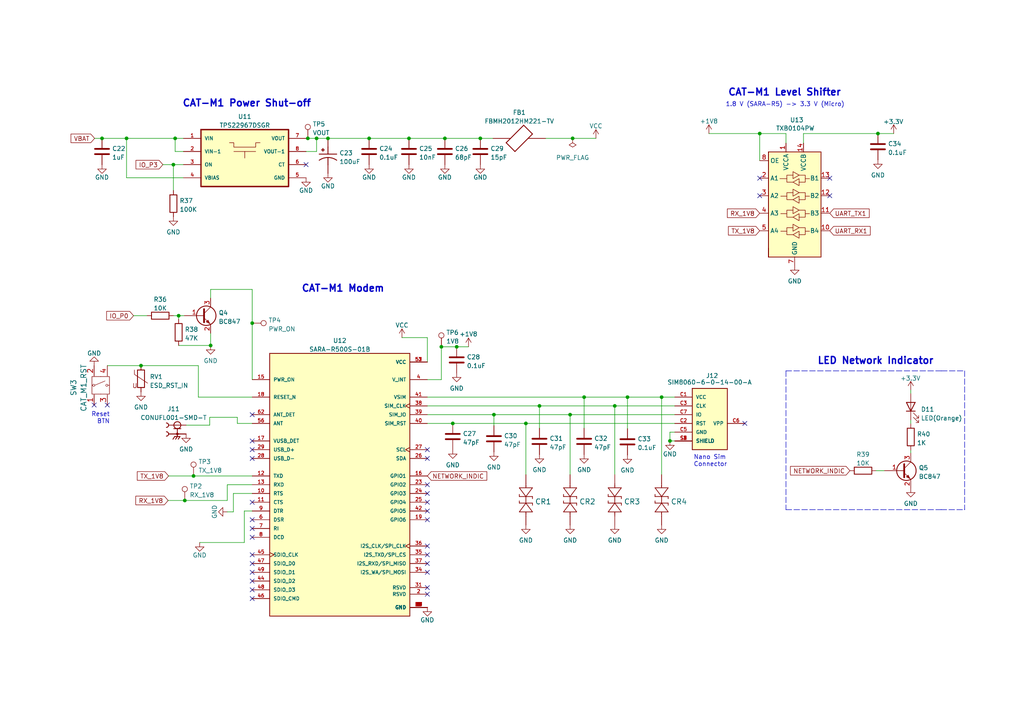
<source format=kicad_sch>
(kicad_sch (version 20211123) (generator eeschema)
  (paper "A4")
  (title_block (title "Enviro-node") (date "2023-04-13") (rev "${HARDWARE_REVISION}") (company "NSW Department of Primary Industries") (comment 1 "GitHub: https://github.com/DPIclimate/enviro-node"))
  (lib_symbols
    (symbol "2022-10-04_00-56-22:1977223-6" (pin_names (offset 0.254) hide)
      (property "Reference" "SW" (at 20.32 10.16 0))
      (property "Value" "1977223-6" (at 20.32 7.62 0))
      (symbol "1977223-6_1_1"
        (pin unspecified line (at 14.605 3.175 0) (length 3) (name "1") (number "1"))
        (pin unspecified line (at 26.035 3.175 180) (length 3) (name "2") (number "2"))
        (pin unspecified line (at 14.605 -0.635 0) (length 3) (name "3") (number "3"))
        (pin unspecified line (at 26.035 -0.635 180) (length 3) (name "4") (number "4"))
      )
    )
    (symbol "CONUFL001-SMD-T:CONUFL001-SMD-T" (pin_numbers hide) (pin_names (offset 1.016) hide)
      (property "Reference" "J" (at -3.81 4.064 0))
      (property "Value" "CONUFL001-SMD-T" (at -4.064 -4.318 0))
      (symbol "CONUFL001-SMD-T_0_0"
        (pin passive line (at 2.54 2.54 180) (length 5.08) (name "~") (number "1"))
        (pin passive line (at 2.54 0 180) (length 5.08) (name "~") (number "2"))
        (pin passive line (at 2.54 0 180) (length 5.08) (name "~") (number "3"))
      )
    )
    (symbol "Connector:TestPoint" (pin_numbers hide) (pin_names (offset 0.762) hide)
      (property "Reference" "TP" (at 0 6.858 0))
      (property "Value" "TestPoint" (at 0 5.08 0))
      (symbol "TestPoint_1_1"
        (pin passive line (at 0 0 90) (length 2.54) (name "1") (number "1"))
      )
    )
    (symbol "Device:C" (pin_numbers hide) (pin_names (offset 0.254))
      (property "Reference" "C" (at 0.635 2.54 0))
      (property "Value" "C" (at 0.635 -2.54 0))
      (symbol "C_1_1"
        (pin passive line (at 0 3.81 270) (length 2.794) (name "~") (number "1"))
        (pin passive line (at 0 -3.81 90) (length 2.794) (name "~") (number "2"))
      )
    )
    (symbol "Device:LED" (pin_numbers hide) (pin_names (offset 1.016) hide)
      (property "Reference" "D" (at 0 2.54 0))
      (property "Value" "LED" (at 0 -2.54 0))
      (symbol "LED_1_1"
        (pin passive line (at -3.81 0 0) (length 2.54) (name "K") (number "1"))
        (pin passive line (at 3.81 0 180) (length 2.54) (name "A") (number "2"))
      )
    )
    (symbol "Device:R" (pin_numbers hide) (pin_names (offset 0))
      (property "Reference" "R" (at 2.032 0 90))
      (property "Value" "R" (at 0 0 90))
      (symbol "R_1_1"
        (pin passive line (at 0 3.81 270) (length 1.27) (name "~") (number "1"))
        (pin passive line (at 0 -3.81 90) (length 1.27) (name "~") (number "2"))
      )
    )
    (symbol "Device:Varistor" (pin_numbers hide) (pin_names (offset 0))
      (property "Reference" "RV" (at 3.175 0 90))
      (property "Value" "Varistor" (at -3.175 0 90))
      (symbol "Varistor_0_0"
        (text "U" (at -1.778 -2.032 0) (effects (font (size 1.27 1.27))))
      )
      (symbol "Varistor_1_1"
        (pin passive line (at 0 3.81 270) (length 1.27) (name "~") (number "1"))
        (pin passive line (at 0 -3.81 90) (length 1.27) (name "~") (number "2"))
      )
    )
    (symbol "FBMH2012HM221-TV:FBMH2012HM221-TV" (pin_numbers hide) (pin_names (offset 1.016) hide)
      (property "Reference" "FB" (at -7.62 5.08 0))
      (property "Value" "FBMH2012HM221-TV" (at -7.62 -7.62 0))
      (symbol "FBMH2012HM221-TV_0_0"
        (pin passive line (at -7.62 0 0) (length 5.08) (name "~") (number "1"))
        (pin passive line (at 7.62 0 180) (length 5.08) (name "~") (number "2"))
      )
    )
    (symbol "Logic_LevelTranslator:TXB0104PW"
      (property "Reference" "U" (at -6.35 16.51 0))
      (property "Value" "TXB0104PW" (at 3.81 16.51 0))
      (symbol "TXB0104PW_1_1"
        (pin power_in line (at -2.54 17.78 270) (length 2.54) (name "VCCA") (number "1"))
        (pin bidirectional line (at 10.16 -7.62 180) (length 2.54) (name "B4") (number "10"))
        (pin bidirectional line (at 10.16 -2.54 180) (length 2.54) (name "B3") (number "11"))
        (pin bidirectional line (at 10.16 2.54 180) (length 2.54) (name "B2") (number "12"))
        (pin bidirectional line (at 10.16 7.62 180) (length 2.54) (name "B1") (number "13"))
        (pin power_in line (at 2.54 17.78 270) (length 2.54) (name "VCCB") (number "14"))
        (pin bidirectional line (at -10.16 7.62 0) (length 2.54) (name "A1") (number "2"))
        (pin bidirectional line (at -10.16 2.54 0) (length 2.54) (name "A2") (number "3"))
        (pin bidirectional line (at -10.16 -2.54 0) (length 2.54) (name "A3") (number "4"))
        (pin bidirectional line (at -10.16 -7.62 0) (length 2.54) (name "A4") (number "5"))
        (pin no_connect line (at -10.16 -12.7 0) (length 2.54) hide (name "NC") (number "6"))
        (pin power_in line (at 0 -17.78 90) (length 2.54) (name "GND") (number "7"))
        (pin input line (at -10.16 12.7 0) (length 2.54) (name "OE") (number "8"))
        (pin no_connect line (at 10.16 -12.7 180) (length 2.54) hide (name "NC") (number "9"))
      )
    )
    (symbol "PESD0402-140:PESD0402-140" (pin_numbers hide) (pin_names hide)
      (property "Reference" "CR" (at 6.35 5.08 0))
      (property "Value" "PESD0402-140" (at 5.08 -7.62 0))
      (symbol "PESD0402-140_1_1"
        (pin unspecified line (at 0 0 0) (length 2.54) (name "1") (number "1"))
        (pin unspecified line (at 14.605 0 180) (length 2.54) (name "2") (number "2"))
      )
    )
    (symbol "SARA-R410M-02B:SARA-R410M-02B" (pin_names (offset 1.016))
      (property "Reference" "U12" (at 0 41.7998 0))
      (property "Value" "SARA-R500S-01B" (at 0 39.2629 0))
      (symbol "SARA-R410M-02B_0_0"
        (pin power_in line (at 25.4 -35.56 180) (length 5.08) (name "GND") (number "1"))
        (pin input line (at -25.4 -2.54 0) (length 5.08) (name "RTS") (number "10"))
        (pin output line (at -25.4 -5.08 0) (length 5.08) (name "CTS") (number "11"))
        (pin input line (at -25.4 2.54 0) (length 5.08) (name "TXD") (number "12"))
        (pin output line (at -25.4 0 0) (length 5.08) (name "RXD") (number "13"))
        (pin power_in line (at 25.4 -35.56 180) (length 5.08) (name "GND") (number "14"))
        (pin input line (at -25.4 30.48 0) (length 5.08) (name "PWR_ON") (number "15"))
        (pin bidirectional line (at 25.4 2.54 180) (length 5.08) (name "GPIO1") (number "16"))
        (pin input line (at -25.4 12.7 0) (length 5.08) (name "VUSB_DET") (number "17"))
        (pin input line (at -25.4 25.4 0) (length 5.08) (name "RESET_N") (number "18"))
        (pin bidirectional line (at 25.4 -10.16 180) (length 5.08) (name "GPIO6") (number "19"))
        (pin passive line (at 25.4 -31.75 180) (length 5.08) (name "RSVD") (number "2"))
        (pin power_in line (at 25.4 -35.56 180) (length 5.08) (name "GND") (number "20"))
        (pin power_in line (at 25.4 -35.56 180) (length 5.08) (name "GND") (number "21"))
        (pin power_in line (at 25.4 -35.56 180) (length 5.08) (name "GND") (number "22"))
        (pin bidirectional line (at 25.4 0 180) (length 5.08) (name "GPIO2") (number "23"))
        (pin bidirectional line (at 25.4 -2.54 180) (length 5.08) (name "GPIO3") (number "24"))
        (pin bidirectional line (at 25.4 -5.08 180) (length 5.08) (name "GPIO4") (number "25"))
        (pin bidirectional line (at 25.4 7.62 180) (length 5.08) (name "SDA") (number "26"))
        (pin output clock (at 25.4 10.16 180) (length 5.08) (name "SCL") (number "27"))
        (pin bidirectional line (at -25.4 7.62 0) (length 5.08) (name "USB_D-") (number "28"))
        (pin bidirectional line (at -25.4 10.16 0) (length 5.08) (name "USB_D+") (number "29"))
        (pin power_in line (at 25.4 -35.56 180) (length 5.08) (name "GND") (number "3"))
        (pin power_in line (at 25.4 -35.56 180) (length 5.08) (name "GND") (number "30"))
        (pin passive line (at 25.4 -29.845 180) (length 5.08) (name "RSVD") (number "31"))
        (pin power_in line (at 25.4 -35.56 180) (length 5.08) (name "GND") (number "32"))
        (pin power_in line (at 25.4 -35.56 180) (length 5.08) (name "GND") (number "33"))
        (pin output line (at 25.4 -25.4 180) (length 5.08) (name "I2S_WA/SPI_MOSI") (number "34"))
        (pin output line (at 25.4 -20.32 180) (length 5.08) (name "I2S_TXD/SPI_CS") (number "35"))
        (pin output clock (at 25.4 -17.78 180) (length 5.08) (name "I2S_CLK/SPI_CLK") (number "36"))
        (pin input line (at 25.4 -22.86 180) (length 5.08) (name "I2S_RXD/SPI_MISO") (number "37"))
        (pin output clock (at 25.4 22.86 180) (length 5.08) (name "SIM_CLK") (number "38"))
        (pin bidirectional line (at 25.4 20.32 180) (length 5.08) (name "SIM_IO") (number "39"))
        (pin power_out line (at 25.4 30.48 180) (length 5.08) (name "V_INT") (number "4"))
        (pin output line (at 25.4 17.78 180) (length 5.08) (name "SIM_RST") (number "40"))
        (pin output line (at 25.4 25.4 180) (length 5.08) (name "VSIM") (number "41"))
        (pin bidirectional line (at 25.4 -7.62 180) (length 5.08) (name "GPIO5") (number "42"))
        (pin power_in line (at 25.4 -35.56 180) (length 5.08) (name "GND") (number "43"))
        (pin bidirectional line (at -25.4 -27.94 0) (length 5.08) (name "SDIO_D2") (number "44"))
        (pin output clock (at -25.4 -20.32 0) (length 5.08) (name "SDIO_CLK") (number "45"))
        (pin bidirectional line (at -25.4 -33.02 0) (length 5.08) (name "SDIO_CMD") (number "46"))
        (pin bidirectional line (at -25.4 -22.86 0) (length 5.08) (name "SDIO_D0") (number "47"))
        (pin bidirectional line (at -25.4 -30.48 0) (length 5.08) (name "SDIO_D3") (number "48"))
        (pin bidirectional line (at -25.4 -25.4 0) (length 5.08) (name "SDIO_D1") (number "49"))
        (pin power_in line (at 25.4 -35.56 180) (length 5.08) (name "GND") (number "5"))
        (pin power_in line (at 25.4 -35.56 180) (length 5.08) (name "GND") (number "50"))
        (pin passive line (at 25.4 35.56 180) (length 5.08) (name "VCC") (number "51"))
        (pin passive line (at 25.4 35.56 180) (length 5.08) (name "VCC") (number "52"))
        (pin passive line (at 25.4 35.56 180) (length 5.08) (name "VCC") (number "53"))
        (pin power_in line (at 25.4 -35.56 180) (length 5.08) (name "GND") (number "54"))
        (pin power_in line (at 25.4 -35.56 180) (length 5.08) (name "GND") (number "55"))
        (pin bidirectional line (at -25.4 17.78 0) (length 5.08) (name "ANT") (number "56"))
        (pin power_in line (at 25.4 -35.56 180) (length 5.08) (name "GND") (number "57"))
        (pin power_in line (at 25.4 -35.56 180) (length 5.08) (name "GND") (number "58"))
        (pin power_in line (at 25.4 -35.56 180) (length 5.08) (name "GND") (number "59"))
        (pin output line (at -25.4 -10.16 0) (length 5.08) (name "DSR") (number "6"))
        (pin power_in line (at 25.4 -35.56 180) (length 5.08) (name "GND") (number "60"))
        (pin power_in line (at 25.4 -35.56 180) (length 5.08) (name "GND") (number "61"))
        (pin input line (at -25.4 20.32 0) (length 5.08) (name "ANT_DET") (number "62"))
        (pin power_in line (at 25.4 -35.56 180) (length 5.08) (name "GND") (number "63"))
        (pin power_in line (at 25.4 -35.56 180) (length 5.08) (name "GND") (number "64"))
        (pin power_in line (at 25.4 -35.56 180) (length 5.08) (name "GND") (number "65"))
        (pin power_in line (at 25.4 -35.56 180) (length 5.08) (name "GND") (number "66"))
        (pin power_in line (at 25.4 -35.56 180) (length 5.08) (name "GND") (number "67"))
        (pin power_in line (at 25.4 -35.56 180) (length 5.08) (name "GND") (number "68"))
        (pin power_in line (at 25.4 -35.56 180) (length 5.08) (name "GND") (number "69"))
        (pin output line (at -25.4 -12.7 0) (length 5.08) (name "RI") (number "7"))
        (pin power_in line (at 25.4 -35.56 180) (length 5.08) (name "GND") (number "70"))
        (pin power_in line (at 25.4 -35.56 180) (length 5.08) (name "GND") (number "71"))
        (pin power_in line (at 25.4 -35.56 180) (length 5.08) (name "GND") (number "72"))
        (pin power_in line (at 25.4 -35.56 180) (length 5.08) (name "GND") (number "73"))
        (pin power_in line (at 25.4 -35.56 180) (length 5.08) (name "GND") (number "74"))
        (pin power_in line (at 25.4 -35.56 180) (length 5.08) (name "GND") (number "75"))
        (pin power_in line (at 25.4 -35.56 180) (length 5.08) (name "GND") (number "76"))
        (pin power_in line (at 25.4 -35.56 180) (length 5.08) (name "GND") (number "77"))
        (pin power_in line (at 25.4 -35.56 180) (length 5.08) (name "GND") (number "78"))
        (pin power_in line (at 25.4 -35.56 180) (length 5.08) (name "GND") (number "79"))
        (pin output line (at -25.4 -15.24 0) (length 5.08) (name "DCD") (number "8"))
        (pin power_in line (at 25.4 -35.56 180) (length 5.08) (name "GND") (number "80"))
        (pin power_in line (at 25.4 -35.56 180) (length 5.08) (name "GND") (number "81"))
        (pin power_in line (at 25.4 -35.56 180) (length 5.08) (name "GND") (number "82"))
        (pin power_in line (at 25.4 -35.56 180) (length 5.08) (name "GND") (number "83"))
        (pin power_in line (at 25.4 -35.56 180) (length 5.08) (name "GND") (number "84"))
        (pin power_in line (at 25.4 -35.56 180) (length 5.08) (name "GND") (number "85"))
        (pin power_in line (at 25.4 -35.56 180) (length 5.08) (name "GND") (number "86"))
        (pin power_in line (at 25.4 -35.56 180) (length 5.08) (name "GND") (number "87"))
        (pin power_in line (at 25.4 -35.56 180) (length 5.08) (name "GND") (number "88"))
        (pin power_in line (at 25.4 -35.56 180) (length 5.08) (name "GND") (number "89"))
        (pin input line (at -25.4 -7.62 0) (length 5.08) (name "DTR") (number "9"))
        (pin power_in line (at 25.4 -35.56 180) (length 5.08) (name "GND") (number "90"))
        (pin power_in line (at 25.4 -35.56 180) (length 5.08) (name "GND") (number "91"))
        (pin power_in line (at 25.4 -35.56 180) (length 5.08) (name "GND") (number "92"))
        (pin power_in line (at 25.4 -35.56 180) (length 5.08) (name "GND") (number "93"))
        (pin power_in line (at 25.4 -35.56 180) (length 5.08) (name "GND") (number "94"))
        (pin power_in line (at 25.4 -35.56 180) (length 5.08) (name "GND") (number "95"))
        (pin power_in line (at 25.4 -35.56 180) (length 5.08) (name "GND") (number "96"))
      )
    )
    (symbol "SIM8060-6-0-14-00-A:SIM8060-6-0-14-00-A" (pin_names (offset 1.016))
      (property "Reference" "J" (at -5.08 13.3604 0))
      (property "Value" "SIM8060-6-0-14-00-A" (at -5.08 -12.7254 0))
      (symbol "SIM8060-6-0-14-00-A_0_0"
        (pin passive line (at -10.16 5.08 0) (length 5.08) (name "VCC") (number "C1"))
        (pin passive line (at -10.16 -2.54 0) (length 5.08) (name "RST") (number "C2"))
        (pin passive line (at -10.16 2.54 0) (length 5.08) (name "CLK") (number "C3"))
        (pin passive line (at -10.16 -5.08 0) (length 5.08) (name "GND") (number "C5"))
        (pin passive line (at 10.16 -2.54 180) (length 5.08) (name "VPP") (number "C6"))
        (pin passive line (at -10.16 0 0) (length 5.08) (name "IO") (number "C7"))
        (pin passive line (at -10.16 -7.62 0) (length 5.08) (name "SHIELD") (number "S1"))
        (pin passive line (at -10.16 -7.62 0) (length 5.08) (name "SHIELD") (number "S2"))
        (pin passive line (at -10.16 -7.62 0) (length 5.08) (name "SHIELD") (number "S3"))
        (pin passive line (at -10.16 -7.62 0) (length 5.08) (name "SHIELD") (number "S4"))
      )
    )
    (symbol "T520B107M006ATE015:T520B107M006ATE015" (pin_numbers hide) (pin_names (offset 1.016) hide)
      (property "Reference" "C" (at -2.54 3.81 0))
      (property "Value" "T520B107M006ATE015" (at -2.54 -5.08 0))
      (symbol "T520B107M006ATE015_0_0"
        (pin passive line (at -5.08 0 0) (length 2.54) (name "~") (number "1"))
        (pin passive line (at 5.08 0 180) (length 2.54) (name "~") (number "2"))
      )
    )
    (symbol "TPS22967DSGR:TPS22967DSGR" (pin_names (offset 1.016))
      (property "Reference" "U11" (at 0 16.476 0))
      (property "Value" "TPS22967DSGR" (at 0 13.9391 0))
      (symbol "TPS22967DSGR_0_0"
        (pin input line (at -17.78 10.16 0) (length 5.08) (name "VIN") (number "1"))
        (pin input line (at -17.78 6.35 0) (length 5.08) (name "VIN-1") (number "2"))
        (pin input line (at -17.78 2.54 0) (length 5.08) (name "ON") (number "3"))
        (pin power_in line (at -17.78 -1.27 0) (length 5.08) (name "VBIAS") (number "4"))
        (pin power_in line (at 17.78 -1.27 180) (length 5.08) (name "GND") (number "5"))
        (pin bidirectional line (at 17.78 2.54 180) (length 5.08) (name "CT") (number "6"))
        (pin power_out line (at 17.78 10.16 180) (length 5.08) (name "VOUT") (number "7"))
        (pin passive line (at 17.78 6.35 180) (length 5.08) (name "VOUT-1") (number "8"))
      )
    )
    (symbol "Transistor_BJT:BC847" (pin_names (offset 0) hide)
      (property "Reference" "Q" (at 5.08 1.905 0))
      (property "Value" "BC847" (at 5.08 0 0))
      (symbol "BC847_1_1"
        (pin input line (at -5.08 0 0) (length 5.715) (name "B") (number "1"))
        (pin passive line (at 2.54 -5.08 90) (length 2.54) (name "E") (number "2"))
        (pin passive line (at 2.54 5.08 270) (length 2.54) (name "C") (number "3"))
      )
    )
    (symbol "power:+1V8" (power) (pin_names (offset 0))
      (property "Value" "+1V8" (at 0 3.556 0))
      (symbol "+1V8_1_1"
        (pin power_in line (at 0 0 90) (length 0) hide (name "+1V8") (number "1"))
      )
    )
    (symbol "power:+3.3V" (power) (pin_names (offset 0))
      (property "Value" "+3.3V" (at 0 3.556 0))
      (symbol "+3.3V_1_1"
        (pin power_in line (at 0 0 90) (length 0) hide (name "+3.3V") (number "1"))
      )
    )
    (symbol "power:GND" (power) (pin_names (offset 0))
      (property "Value" "GND" (at 0 -3.81 0))
      (symbol "GND_1_1"
        (pin power_in line (at 0 0 270) (length 0) hide (name "GND") (number "1"))
      )
    )
    (symbol "power:PWR_FLAG" (power) (pin_numbers hide) (pin_names (offset 0) hide)
      (property "Value" "PWR_FLAG" (at 0 3.81 0))
      (symbol "PWR_FLAG_0_0"
        (pin power_out line (at 0 0 90) (length 0) (name "pwr") (number "1"))
      )
    )
    (symbol "power:VCC" (power) (pin_names (offset 0))
      (property "Value" "VCC" (at 0 3.81 0))
      (symbol "VCC_1_1"
        (pin power_in line (at 0 0 90) (length 0) hide (name "VCC") (number "1"))
      )
    )
  )
  (junction (at 181.991 115.189))
  (junction (at 165.354 120.269))
  (junction (at 166.0824 40.132))
  (junction (at 50.8 40.132))
  (junction (at 61.087 100.203))
  (junction (at 169.418 115.189))
  (junction (at 156.464 117.729))
  (junction (at 131.318 122.809))
  (junction (at 129.032 40.132))
  (junction (at 139.319 40.132))
  (junction (at 132.461 100.584))
  (junction (at 95.123 40.132))
  (junction (at 29.591 40.132))
  (junction (at 40.894 106.045))
  (junction (at 56.134 138.049))
  (junction (at 254.635 38.735))
  (junction (at 51.816 91.567))
  (junction (at 89.281 40.132))
  (junction (at 36.703 40.132))
  (junction (at 91.821 40.132))
  (junction (at 178.308 117.729))
  (junction (at 191.897 115.189))
  (junction (at 50.292 47.752))
  (junction (at 194.31 127.889))
  (junction (at 118.618 40.132))
  (junction (at 220.345 38.735))
  (junction (at 143.256 120.269))
  (junction (at 128.016 100.584))
  (junction (at 73.152 93.726))
  (junction (at 152.527 122.809))
  (junction (at 53.594 145.161))
  (junction (at 107.061 40.132))
  (no_connect (at 73.152 168.529))
  (no_connect (at 123.952 150.749))
  (no_connect (at 73.152 153.289))
  (no_connect (at 27.305 117.475))
  (no_connect (at 123.952 140.589))
  (no_connect (at 123.952 148.209))
  (no_connect (at 123.952 160.909))
  (no_connect (at 73.152 120.269))
  (no_connect (at 73.152 163.449))
  (no_connect (at 123.952 163.449))
  (no_connect (at 240.665 51.689))
  (no_connect (at 123.952 132.969))
  (no_connect (at 123.952 145.669))
  (no_connect (at 123.952 143.129))
  (no_connect (at 123.952 165.989))
  (no_connect (at 220.345 56.769))
  (no_connect (at 73.152 132.969))
  (no_connect (at 73.152 127.889))
  (no_connect (at 73.152 130.429))
  (no_connect (at 73.152 173.609))
  (no_connect (at 216.027 122.809))
  (no_connect (at 73.152 165.989))
  (no_connect (at 240.665 56.769))
  (no_connect (at 88.773 47.752))
  (no_connect (at 220.345 51.689))
  (no_connect (at 123.952 170.434))
  (no_connect (at 123.952 172.339))
  (no_connect (at 73.152 171.069))
  (no_connect (at 73.152 155.829))
  (no_connect (at 123.952 158.369))
  (no_connect (at 31.115 117.475))
  (no_connect (at 123.952 130.429))
  (no_connect (at 73.152 160.909))
  (no_connect (at 73.152 145.669))
  (no_connect (at 73.152 150.749))
  (wire (pts (xy 118.618 40.132) (xy 129.032 40.132)))
  (polyline (pts (xy 273.05 107.569) (xy 279.781 107.569)))
  (wire (pts (xy 123.952 120.269) (xy 143.256 120.269)))
  (wire (pts (xy 29.591 40.132) (xy 36.703 40.132)))
  (wire (pts (xy 194.31 125.349) (xy 194.31 127.889)))
  (wire (pts (xy 169.418 115.189) (xy 169.418 124.206)))
  (polyline (pts (xy 227.965 147.828) (xy 273.177 147.828)))
  (wire (pts (xy 70.866 148.209) (xy 73.152 148.209)))
  (wire (pts (xy 123.952 115.189) (xy 169.418 115.189)))
  (wire (pts (xy 50.8 40.132) (xy 53.213 40.132)))
  (wire (pts (xy 53.975 123.317) (xy 60.833 123.317)))
  (wire (pts (xy 264.16 113.157) (xy 264.16 114.173)))
  (wire (pts (xy 65.913 148.463) (xy 67.691 148.463)))
  (wire (pts (xy 68.834 122.809) (xy 73.152 122.809)))
  (wire (pts (xy 123.952 110.109) (xy 128.016 110.109)))
  (wire (pts (xy 152.527 122.809) (xy 152.527 137.668)))
  (wire (pts (xy 57.531 115.189) (xy 57.531 106.045)))
  (wire (pts (xy 40.894 106.045) (xy 57.531 106.045)))
  (wire (pts (xy 67.691 143.129) (xy 73.152 143.129)))
  (wire (pts (xy 191.897 115.189) (xy 195.707 115.189)))
  (wire (pts (xy 165.354 120.269) (xy 195.707 120.269)))
  (wire (pts (xy 264.16 130.556) (xy 264.16 131.445)))
  (wire (pts (xy 27.432 40.132) (xy 29.591 40.132)))
  (wire (pts (xy 181.991 115.189) (xy 181.991 124.333)))
  (wire (pts (xy 123.952 117.729) (xy 156.464 117.729)))
  (wire (pts (xy 205.613 38.735) (xy 220.345 38.735)))
  (wire (pts (xy 123.952 122.809) (xy 131.318 122.809)))
  (wire (pts (xy 50.292 47.752) (xy 50.292 55.245)))
  (wire (pts (xy 254.127 136.525) (xy 256.54 136.525)))
  (wire (pts (xy 128.016 100.584) (xy 132.461 100.584)))
  (wire (pts (xy 70.866 157.353) (xy 70.866 148.209)))
  (wire (pts (xy 31.115 106.045) (xy 40.894 106.045)))
  (wire (pts (xy 73.152 110.109) (xy 73.152 93.726)))
  (wire (pts (xy 227.965 38.735) (xy 220.345 38.735)))
  (wire (pts (xy 50.8 43.942) (xy 50.8 40.132)))
  (wire (pts (xy 60.833 121.031) (xy 68.834 121.031)))
  (wire (pts (xy 116.586 97.917) (xy 123.952 97.917)))
  (wire (pts (xy 36.703 51.562) (xy 53.213 51.562)))
  (wire (pts (xy 91.821 40.132) (xy 95.123 40.132)))
  (wire (pts (xy 129.032 40.132) (xy 139.319 40.132)))
  (polyline (pts (xy 279.781 107.569) (xy 279.781 147.828)))
  (wire (pts (xy 53.213 43.942) (xy 50.8 43.942)))
  (wire (pts (xy 36.703 40.132) (xy 50.8 40.132)))
  (wire (pts (xy 88.773 40.132) (xy 89.281 40.132)))
  (wire (pts (xy 61.087 83.947) (xy 61.087 86.487)))
  (wire (pts (xy 65.913 140.589) (xy 73.152 140.589)))
  (wire (pts (xy 51.816 91.567) (xy 53.467 91.567)))
  (wire (pts (xy 67.691 148.463) (xy 67.691 143.129)))
  (wire (pts (xy 220.345 38.735) (xy 220.345 46.609)))
  (polyline (pts (xy 279.781 147.828) (xy 279.781 147.701)))
  (wire (pts (xy 264.16 121.793) (xy 264.16 122.936)))
  (wire (pts (xy 139.319 40.132) (xy 143.002 40.132)))
  (wire (pts (xy 68.834 121.031) (xy 68.834 122.809)))
  (wire (pts (xy 56.134 138.049) (xy 73.152 138.049)))
  (wire (pts (xy 178.308 117.729) (xy 195.707 117.729)))
  (wire (pts (xy 152.527 122.809) (xy 195.707 122.809)))
  (wire (pts (xy 128.016 100.584) (xy 128.016 110.109)))
  (wire (pts (xy 156.464 117.729) (xy 156.464 124.206)))
  (wire (pts (xy 107.061 40.132) (xy 118.618 40.132)))
  (wire (pts (xy 165.354 120.269) (xy 165.354 137.668)))
  (wire (pts (xy 53.594 145.161) (xy 65.913 145.161)))
  (wire (pts (xy 57.912 157.353) (xy 70.866 157.353)))
  (wire (pts (xy 48.768 145.161) (xy 53.594 145.161)))
  (wire (pts (xy 123.952 105.029) (xy 123.952 97.917)))
  (wire (pts (xy 61.087 83.947) (xy 73.152 83.947)))
  (wire (pts (xy 143.256 120.269) (xy 143.256 123.444)))
  (wire (pts (xy 227.965 41.529) (xy 227.965 38.735)))
  (wire (pts (xy 194.31 127.889) (xy 195.707 127.889)))
  (wire (pts (xy 47.244 47.752) (xy 50.292 47.752)))
  (wire (pts (xy 178.308 117.729) (xy 178.308 137.668)))
  (wire (pts (xy 233.045 41.529) (xy 233.045 38.735)))
  (wire (pts (xy 169.418 115.189) (xy 181.991 115.189)))
  (wire (pts (xy 50.292 47.752) (xy 53.213 47.752)))
  (wire (pts (xy 131.318 122.809) (xy 152.527 122.809)))
  (wire (pts (xy 254.635 38.735) (xy 259.207 38.735)))
  (wire (pts (xy 95.123 40.132) (xy 107.061 40.132)))
  (wire (pts (xy 191.897 115.189) (xy 191.897 137.668)))
  (wire (pts (xy 73.152 93.726) (xy 73.152 83.947)))
  (wire (pts (xy 51.816 91.567) (xy 51.816 92.583)))
  (wire (pts (xy 60.833 123.317) (xy 60.833 121.031)))
  (wire (pts (xy 181.991 115.189) (xy 191.897 115.189)))
  (wire (pts (xy 158.242 40.132) (xy 166.0824 40.132)))
  (polyline (pts (xy 227.965 107.569) (xy 227.965 147.828)))
  (wire (pts (xy 48.895 138.049) (xy 56.134 138.049)))
  (polyline (pts (xy 272.923 147.828) (xy 279.781 147.828)))
  (wire (pts (xy 61.087 100.203) (xy 61.087 96.647)))
  (wire (pts (xy 38.735 91.567) (xy 42.672 91.567)))
  (wire (pts (xy 57.531 115.189) (xy 73.152 115.189)))
  (wire (pts (xy 91.821 43.942) (xy 91.821 40.132)))
  (wire (pts (xy 36.703 51.562) (xy 36.703 40.132)))
  (wire (pts (xy 233.045 38.735) (xy 254.635 38.735)))
  (wire (pts (xy 143.256 120.269) (xy 165.354 120.269)))
  (wire (pts (xy 88.773 43.942) (xy 91.821 43.942)))
  (wire (pts (xy 50.292 91.567) (xy 51.816 91.567)))
  (wire (pts (xy 65.913 140.589) (xy 65.913 145.161)))
  (wire (pts (xy 194.31 125.349) (xy 195.707 125.349)))
  (wire (pts (xy 132.461 100.584) (xy 135.89 100.584)))
  (wire (pts (xy 166.0824 40.132) (xy 172.847 40.132)))
  (polyline (pts (xy 273.05 107.569) (xy 227.965 107.569)))
  (wire (pts (xy 89.281 40.132) (xy 91.821 40.132)))
  (wire (pts (xy 51.816 100.203) (xy 61.087 100.203)))
  (wire (pts (xy 156.464 117.729) (xy 178.308 117.729)))
  (text "Reset\nBTN" (at 31.877 123.063 180) (effects (font (size 1.27 1.27)) (justify right bottom)))
  (text "CAT-M1 Modem" (at 87.376 84.963 0) (effects (font (size 2 2) (thickness 0.4) bold) (justify left bottom)))
  (text "CAT-M1 Level Shifter" (at 211.074 28.067 0) (effects (font (size 2 2) (thickness 0.4) bold) (justify left bottom)))
  (text "Nano Sim \nConnector" (at 201.168 135.509 0) (effects (font (size 1.27 1.27)) (justify left bottom)))
  (text "CAT-M1 Power Shut-off" (at 52.832 31.242 0) (effects (font (size 2 2) (thickness 0.4) bold) (justify left bottom)))
  (text "LED Network Indicator" (at 236.982 105.918 0) (effects (font (size 2 2) (thickness 0.4) bold) (justify left bottom)))
  (text "1.8 V (SARA-R5) -> 3.3 V (Micro)" (at 210.439 31.115 0) (effects (font (size 1.27 1.27)) (justify left bottom)))
  (global_label "UART_TX1" (shape input) (at 240.665 61.849 0) (property "Intersheet References" "${INTERSHEET_REFS}" (effects hide)))
  (global_label "IO_P0" (shape input) (at 38.735 91.567 180) (property "Intersheet References" "${INTERSHEET_REFS}" (effects hide)))
  (global_label "NETWORK_INDIC" (shape input) (at 123.952 138.049 0) (property "Intersheet References" "${INTERSHEET_REFS}" (effects hide)))
  (global_label "TX_1V8" (shape input) (at 48.895 138.049 180) (property "Intersheet References" "${INTERSHEET_REFS}" (effects hide)))
  (global_label "RX_1V8" (shape input) (at 48.768 145.161 180) (property "Intersheet References" "${INTERSHEET_REFS}" (effects hide)))
  (global_label "VBAT" (shape input) (at 27.432 40.132 180) (property "Intersheet References" "${INTERSHEET_REFS}" (effects hide)))
  (global_label "IO_P3" (shape input) (at 47.244 47.752 180) (property "Intersheet References" "${INTERSHEET_REFS}" (effects hide)))
  (global_label "TX_1V8" (shape input) (at 220.345 66.929 180) (property "Intersheet References" "${INTERSHEET_REFS}" (effects hide)))
  (global_label "UART_RX1" (shape input) (at 240.665 66.929 0) (property "Intersheet References" "${INTERSHEET_REFS}" (effects hide)))
  (global_label "NETWORK_INDIC" (shape input) (at 246.507 136.525 180) (property "Intersheet References" "${INTERSHEET_REFS}" (effects hide)))
  (global_label "RX_1V8" (shape input) (at 220.345 61.849 180) (property "Intersheet References" "${INTERSHEET_REFS}" (effects hide)))
  (symbol (lib_id "power:GND") (at 118.618 47.752 0) (unit 1)
    (property "Reference" "#PWR092" (effects hide))
    (property "Value" "GND" (at 120.65 51.435 0) (effects (justify right)))
  )
  (symbol (lib_id "power:GND") (at 178.308 152.273 0) (unit 1)
    (property "Reference" "#PWR0106" (effects hide))
    (property "Value" "GND" (at 178.308 156.7164 0))
  )
  (symbol (lib_id "Device:R") (at 250.317 136.525 270) (unit 1)
    (property "Reference" "R39" (at 250.317 131.8092 90))
    (property "Value" "10K" (at 250.317 134.3461 90))
    (property "Footprint" "Resistor_SMD:R_0805_2012Metric" (effects hide))
    (property "Datasheet" "https://www.digikey.com.au/en/products/detail/yageo/RC0805FR-0710KP/4935334" (effects hide))
    (property "Part" "RC0805FR-0710KP" (effects hide))
  )
  (symbol (lib_id "Connector:TestPoint") (at 73.152 93.726 270) (unit 1)
    (property "Reference" "TP4" (at 77.851 92.8913 90) (effects (justify left)))
    (property "Value" "PWR_ON" (at 77.851 95.4282 90) (effects (justify left)))
    (property "Footprint" "TestPoint:TestPoint_Pad_D1.0mm" (effects hide))
  )
  (symbol (lib_id "power:GND") (at 264.16 141.605 0) (unit 1)
    (property "Reference" "#PWR0115" (effects hide))
    (property "Value" "GND" (at 264.16 146.0484 0))
  )
  (symbol (lib_id "T520B107M006ATE015:T520B107M006ATE015") (at 95.123 45.212 270) (unit 1)
    (property "Reference" "C23" (at 98.425 44.3773 90) (effects (justify left)))
    (property "Value" "100uF" (at 98.425 46.9142 90) (effects (justify left)))
    (property "Footprint" "T520B107M006ATE015:CAPPM3528X210N" (effects hide))
    (property "Datasheet" "https://www.digikey.com.au/en/products/detail/kemet/T520B107M006ATE015/1842096?s=N4IgTCBcDaICoFYwAYBCBGZB2Ass5AbAIJwCiy6CIAugL5A" (effects hide))
    (property "STANDARD" "IPC-7351B" (effects hide))
    (property "MANUFACTURER" "KEMET" (effects hide))
    (property "Part" "T520B107M006ATE015" (effects hide))
  )
  (symbol (lib_id "Device:C") (at 139.319 43.942 0) (unit 1)
    (property "Reference" "C29" (at 142.24 43.1073 0) (effects (justify left)))
    (property "Value" "15pF" (at 142.24 45.6442 0) (effects (justify left)))
    (property "Footprint" "Capacitor_SMD:C_0805_2012Metric" (effects hide))
    (property "Datasheet" "https://www.digikey.com.au/en/products/detail/kemet/C0805C150J3GAC7800/2211923" (effects hide))
    (property "Part" "C0805C150J3GAC7800" (effects hide))
  )
  (symbol (lib_id "PESD0402-140:PESD0402-140") (at 191.897 137.668 270) (unit 1)
    (property "Reference" "CR4" (at 194.5386 145.491 90) (effects (font (size 1.524 1.524)) (justify left)))
    (property "Value" "PESD0402-140" (effects hide))
    (property "Footprint" "PESD0402-140:PESD0402-140" (effects hide))
    (property "Datasheet" "https://www.digikey.com.au/en/products/detail/littelfuse-inc/PESD0402-140/1968525?s=N4IgTCBcDaIAoFEDKARADAFjWAtARixAF0BfIA" (effects hide))
    (property "Part" "PESD0402-140" (effects hide))
  )
  (symbol (lib_id "power:GND") (at 65.913 148.463 270) (unit 1)
    (property "Reference" "#PWR088" (effects hide))
    (property "Value" "GND" (at 62.23 150.495 0) (effects (justify right)))
  )
  (symbol (lib_id "power:GND") (at 194.31 127.889 0) (unit 1)
    (property "Reference" "#PWR0109" (effects hide))
    (property "Value" "GND" (at 196.342 131.699 0) (effects (justify right)))
  )
  (symbol (lib_id "PESD0402-140:PESD0402-140") (at 178.308 137.668 270) (unit 1)
    (property "Reference" "CR3" (at 180.9496 145.491 90) (effects (font (size 1.524 1.524)) (justify left)))
    (property "Value" "PESD0402-140" (effects hide))
    (property "Footprint" "PESD0402-140:PESD0402-140" (effects hide))
    (property "Datasheet" "https://www.digikey.com.au/en/products/detail/littelfuse-inc/PESD0402-140/1968525?s=N4IgTCBcDaIAoFEDKARADAFjWAtARixAF0BfIA" (effects hide))
    (property "Part" "PESD0402-140" (effects hide))
  )
  (symbol (lib_id "Device:R") (at 264.16 126.746 180) (unit 1)
    (property "Reference" "R40" (at 265.938 125.9113 0) (effects (justify right)))
    (property "Value" "1K" (at 265.938 128.4482 0) (effects (justify right)))
    (property "Footprint" "Resistor_SMD:R_0805_2012Metric" (effects hide))
  )
  (symbol (lib_id "PESD0402-140:PESD0402-140") (at 152.527 137.668 270) (unit 1)
    (property "Reference" "CR1" (at 155.1686 145.491 90) (effects (font (size 1.524 1.524)) (justify left)))
    (property "Value" "PESD0402-140" (effects hide))
    (property "Footprint" "PESD0402-140:PESD0402-140" (effects hide))
    (property "Datasheet" "https://www.digikey.com.au/en/products/detail/littelfuse-inc/PESD0402-140/1968525?s=N4IgTCBcDaIAoFEDKARADAFjWAtARixAF0BfIA" (effects hide))
    (property "Part" "PESD0402-140" (effects hide))
  )
  (symbol (lib_id "Connector:TestPoint") (at 89.281 40.132 0) (unit 1)
    (property "Reference" "TP5" (at 90.678 35.9953 0) (effects (justify left)))
    (property "Value" "VOUT" (at 90.678 38.5322 0) (effects (justify left)))
    (property "Footprint" "TestPoint:TestPoint_Pad_D1.0mm" (effects hide))
  )
  (symbol (lib_id "Connector:TestPoint") (at 53.594 145.161 0) (unit 1)
    (property "Reference" "TP2" (at 54.991 141.0243 0) (effects (justify left)))
    (property "Value" "RX_1V8" (at 54.991 143.5612 0) (effects (justify left)))
    (property "Footprint" "TestPoint:TestPoint_Pad_D1.0mm" (effects hide))
  )
  (symbol (lib_id "power:GND") (at 181.991 131.953 0) (unit 1)
    (property "Reference" "#PWR0107" (effects hide))
    (property "Value" "GND" (at 181.991 136.3964 0))
  )
  (symbol (lib_id "power:GND") (at 165.354 152.273 0) (unit 1)
    (property "Reference" "#PWR0103" (effects hide))
    (property "Value" "GND" (at 165.354 156.7164 0))
  )
  (symbol (lib_id "power:GND") (at 50.292 62.865 0) (unit 1)
    (property "Reference" "#PWR084" (effects hide))
    (property "Value" "GND" (at 50.292 67.3084 0))
  )
  (symbol (lib_id "Logic_LevelTranslator:TXB0104PW") (at 230.505 59.309 0) (unit 1)
    (property "Reference" "U13" (at 229.108 34.798 0) (effects (justify left)))
    (property "Value" "TXB0104PW" (at 225.044 37.2079 0) (effects (justify left)))
    (property "Footprint" "Package_SO:TSSOP-14_4.4x5mm_P0.65mm" (effects hide))
    (property "Datasheet" "https://www.digikey.com.au/en/products/detail/texas-instruments/TXB0104PWR/1629102" (effects hide))
    (property "Part" "TXB0104PW" (effects hide))
  )
  (symbol (lib_id "power:GND") (at 152.527 152.273 0) (unit 1)
    (property "Reference" "#PWR0101" (effects hide))
    (property "Value" "GND" (at 152.527 156.7164 0))
  )
  (symbol (lib_id "power:GND") (at 29.591 47.752 0) (unit 1)
    (property "Reference" "#PWR081" (effects hide))
    (property "Value" "GND" (at 31.623 51.435 0) (effects (justify right)))
  )
  (symbol (lib_id "power:+1V8") (at 135.89 100.584 0) (unit 1)
    (property "Reference" "#PWR098" (effects hide))
    (property "Value" "+1V8" (at 133.223 96.901 0) (effects (justify left)))
  )
  (symbol (lib_id "Device:R") (at 46.482 91.567 90) (unit 1)
    (property "Reference" "R36" (at 46.482 86.8512 90))
    (property "Value" "10K" (at 46.482 89.3881 90))
    (property "Footprint" "Resistor_SMD:R_0805_2012Metric" (effects hide))
    (property "Datasheet" "https://www.digikey.com.au/en/products/detail/yageo/RC0805FR-0710KP/4935334" (effects hide))
    (property "Part" "https://www.digikey.com.au/en/products/detail/yageo/RC0805FR-0710KP/4935334" (effects hide))
  )
  (symbol (lib_id "power:GND") (at 53.975 125.857 0) (unit 1)
    (property "Reference" "#PWR085" (effects hide))
    (property "Value" "GND" (at 53.975 130.3004 0))
  )
  (symbol (lib_id "power:GND") (at 107.061 47.752 0) (unit 1)
    (property "Reference" "#PWR091" (effects hide))
    (property "Value" "GND" (at 109.093 51.435 0) (effects (justify right)))
  )
  (symbol (lib_id "power:GND") (at 191.897 152.273 0) (unit 1)
    (property "Reference" "#PWR0108" (effects hide))
    (property "Value" "GND" (at 191.897 156.7164 0))
  )
  (symbol (lib_id "power:GND") (at 132.461 108.204 0) (unit 1)
    (property "Reference" "#PWR097" (effects hide))
    (property "Value" "GND" (at 132.461 112.6474 0))
  )
  (symbol (lib_id "power:GND") (at 57.912 157.353 0) (unit 1)
    (property "Reference" "#PWR086" (effects hide))
    (property "Value" "GND" (at 59.944 161.036 0) (effects (justify right)))
  )
  (symbol (lib_id "Transistor_BJT:BC847") (at 261.62 136.525 0) (unit 1)
    (property "Reference" "Q5" (at 266.4714 135.6903 0) (effects (justify left)))
    (property "Value" "BC847" (at 266.4714 138.2272 0) (effects (justify left)))
    (property "Footprint" "Package_TO_SOT_SMD:SOT-23" (effects hide))
    (property "Datasheet" "http://www.infineon.com/dgdl/Infineon-BC847SERIES_BC848SERIES_BC849SERIES_BC850SERIES-DS-v01_01-en.pdf?fileId=db3a304314dca389011541d4630a1657" (effects hide))
  )
  (symbol (lib_id "Device:C") (at 156.464 128.016 0) (unit 1)
    (property "Reference" "C31" (at 159.385 127.1813 0) (effects (justify left)))
    (property "Value" "47pF" (at 159.385 129.7182 0) (effects (justify left)))
    (property "Footprint" "Capacitor_SMD:C_0805_2012Metric" (effects hide))
    (property "Datasheet" "https://www.digikey.com.au/en/products/detail/kemet/C0805C470K5RAC7800/12701183" (effects hide))
    (property "Part" "C0805C470K5RAC7800" (effects hide))
  )
  (symbol (lib_id "power:+3.3V") (at 259.207 38.735 0) (unit 1)
    (property "Reference" "#PWR0113" (effects hide))
    (property "Value" "+3.3V" (at 256.159 35.306 0) (effects (justify left)))
  )
  (symbol (lib_id "2022-10-04_00-56-22:1977223-6") (at 30.48 132.08 90) (unit 1)
    (property "Reference" "SW3" (at 21.336 109.982 0) (effects (font (size 1.524 1.524)) (justify right)))
    (property "Value" "CAT_M1_RST" (at 24.257 105.537 0) (effects (font (size 1.524 1.524)) (justify right)))
    (property "Footprint" "1977223-6:1977223-6" (effects hide))
    (property "Datasheet" "https://www.digikey.com.au/en/products/detail/te-connectivity-alcoswitch-switches/1977223-6/2400488" (effects hide))
    (property "Part" "1977223-6" (effects hide))
  )
  (symbol (lib_id "power:GND") (at 254.635 46.355 0) (unit 1)
    (property "Reference" "#PWR0112" (effects hide))
    (property "Value" "GND" (at 254.635 50.7984 0))
  )
  (symbol (lib_id "power:VCC") (at 116.586 97.917 0) (unit 1)
    (property "Reference" "#PWR093" (effects hide))
    (property "Value" "VCC" (at 116.586 94.3412 0))
  )
  (symbol (lib_id "Device:C") (at 131.318 126.619 0) (unit 1)
    (property "Reference" "C27" (at 134.239 125.7843 0) (effects (justify left)))
    (property "Value" "47pF" (at 134.239 128.3212 0) (effects (justify left)))
    (property "Footprint" "Capacitor_SMD:C_0805_2012Metric" (effects hide))
    (property "Datasheet" "https://www.digikey.com.au/en/products/detail/kemet/C0805C470K5RAC7800/12701183" (effects hide))
    (property "Part" "C0805C470K5RAC7800" (effects hide))
  )
  (symbol (lib_id "TPS22967DSGR:TPS22967DSGR") (at 70.993 50.292 0) (unit 1)
    (property "Reference" "U11" (at 70.993 33.816 0))
    (property "Value" "TPS22967DSGR" (at 70.993 36.3529 0))
    (property "Footprint" "TPS22967DSGR:SON50P200X200X80-9N" (effects hide))
    (property "Datasheet" "https://www.digikey.com.au/en/products/detail/texas-instruments/TPS22967DSGR/4331550?s=N4IgTCBcDaICoAUDKYwE4BsB2AIkg4gEogC6AvkA" (effects hide))
    (property "Part" "TPS22967DSGR" (effects hide))
  )
  (symbol (lib_id "Connector:TestPoint") (at 128.016 100.584 0) (unit 1)
    (property "Reference" "TP6" (at 129.413 96.4473 0) (effects (justify left)))
    (property "Value" "1V8" (at 129.413 98.9842 0) (effects (justify left)))
    (property "Footprint" "TestPoint:TestPoint_Pad_D1.0mm" (effects hide))
  )
  (symbol (lib_id "Device:C") (at 143.256 127.254 0) (unit 1)
    (property "Reference" "C30" (at 146.177 126.4193 0) (effects (justify left)))
    (property "Value" "47pF" (at 146.177 128.9562 0) (effects (justify left)))
    (property "Footprint" "Capacitor_SMD:C_0805_2012Metric" (effects hide))
    (property "Datasheet" "https://www.digikey.com.au/en/products/detail/kemet/C0805C470K5RAC7800/12701183" (effects hide))
    (property "Part" "C0805C470K5RAC7800" (effects hide))
  )
  (symbol (lib_id "PESD0402-140:PESD0402-140") (at 165.354 137.668 270) (unit 1)
    (property "Reference" "CR2" (at 167.9956 145.491 90) (effects (font (size 1.524 1.524)) (justify left)))
    (property "Value" "PESD0402-140" (effects hide))
    (property "Footprint" "PESD0402-140:PESD0402-140" (effects hide))
    (property "Datasheet" "https://www.digikey.com.au/en/products/detail/littelfuse-inc/PESD0402-140/1968525?s=N4IgTCBcDaIAoFEDKARADAFjWAtARixAF0BfIA" (effects hide))
    (property "Part" "PESD0402-140" (effects hide))
  )
  (symbol (lib_id "power:GND") (at 156.464 131.826 0) (unit 1)
    (property "Reference" "#PWR0102" (effects hide))
    (property "Value" "GND" (at 156.464 136.2694 0))
  )
  (symbol (lib_id "power:GND") (at 230.505 77.089 0) (unit 1)
    (property "Reference" "#PWR0111" (effects hide))
    (property "Value" "GND" (at 230.505 81.5324 0))
  )
  (symbol (lib_id "power:PWR_FLAG") (at 166.0824 40.132 180) (unit 1)
    (property "Reference" "#FLG0101" (effects hide))
    (property "Value" "PWR_FLAG" (at 166.0824 45.72 0))
  )
  (symbol (lib_id "power:GND") (at 95.123 50.292 0) (unit 1)
    (property "Reference" "#PWR090" (effects hide))
    (property "Value" "GND" (at 97.155 53.975 0) (effects (justify right)))
  )
  (symbol (lib_id "power:VCC") (at 172.847 40.132 0) (unit 1)
    (property "Reference" "#PWR0105" (effects hide))
    (property "Value" "VCC" (at 172.847 36.5562 0))
  )
  (symbol (lib_id "Device:C") (at 118.618 43.942 0) (unit 1)
    (property "Reference" "C25" (at 121.539 43.1073 0) (effects (justify left)))
    (property "Value" "10nF" (at 121.539 45.6442 0) (effects (justify left)))
    (property "Footprint" "Capacitor_SMD:C_0805_2012Metric" (effects hide))
    (property "Datasheet" "https://www.digikey.com.au/en/products/detail/kemet/C0805C103J5GEC7210/8645966" (effects hide))
    (property "Part" "C0805C103J5GEC7210" (effects hide))
  )
  (symbol (lib_id "Device:C") (at 107.061 43.942 0) (unit 1)
    (property "Reference" "C24" (at 109.982 43.1073 0) (effects (justify left)))
    (property "Value" "0.1uF" (at 109.982 45.6442 0) (effects (justify left)))
    (property "Footprint" "Capacitor_SMD:C_0805_2012Metric" (effects hide))
    (property "Datasheet" "https://www.digikey.com.au/en/products/detail/yageo/AC0805KRX7R7BB104/6643148" (effects hide))
    (property "Part" "AC0805KRX7R7BB104" (effects hide))
  )
  (symbol (lib_id "power:+3.3V") (at 264.16 113.157 0) (unit 1)
    (property "Reference" "#PWR0114" (effects hide))
    (property "Value" "+3.3V" (at 261.112 109.728 0) (effects (justify left)))
  )
  (symbol (lib_id "power:+1V8") (at 205.613 38.735 0) (unit 1)
    (property "Reference" "#PWR0110" (effects hide))
    (property "Value" "+1V8" (at 205.613 35.1592 0))
  )
  (symbol (lib_id "SIM8060-6-0-14-00-A:SIM8060-6-0-14-00-A") (at 205.867 120.269 0) (unit 1)
    (property "Reference" "J12" (at 204.724 108.966 0) (effects (justify left)))
    (property "Value" "SIM8060-6-0-14-00-A" (at 193.548 110.871 0) (effects (justify left)))
    (property "Footprint" "SIM8060-6-0-14-00-A:GCT_SIM8060-6-0-14-00-A" (effects hide))
    (property "Datasheet" "SIM8060-6-0-14-00-A" (effects hide))
    (property "DESCRIPTION" "SIM8060 is a hinged Sim Card Connector. With 6 contacts, with switch for card detection. Profile above PCB is 1.43mm." (effects hide))
    (property "PACKAGE" "Package Analog Devices" (effects hide))
    (property "MF" "Global Connector Technology" (effects hide))
    (property "MP" "SIM8060-6-0-14-00-A" (effects hide))
    (property "Part" "SIM8060-6-0-14-00-A" (effects hide))
  )
  (symbol (lib_id "Device:C") (at 132.461 104.394 0) (unit 1)
    (property "Reference" "C28" (at 135.382 103.5593 0) (effects (justify left)))
    (property "Value" "0.1uF" (at 135.382 106.0962 0) (effects (justify left)))
    (property "Footprint" "Capacitor_SMD:C_0805_2012Metric" (effects hide))
    (property "Datasheet" "https://www.digikey.com.au/en/products/detail/yageo/AC0805KRX7R7BB104/6643148" (effects hide))
    (property "Part" "AC0805KRX7R7BB104" (effects hide))
  )
  (symbol (lib_id "SARA-R410M-02B:SARA-R410M-02B") (at 98.552 140.589 0) (unit 1)
    (property "Reference" "U12" (at 98.552 98.7892 0))
    (property "Value" "SARA-R500S-01B" (at 98.552 101.3261 0))
    (property "Footprint" "SARA-R410M-02B:XCVR_SARA-R410M-02B" (effects hide))
    (property "Datasheet" "https://www.digikey.com.au/en/products/detail/u-blox/SARA-R410M-02B/9565822" (effects hide))
    (property "Part" "SARA-R500S-01B" (effects hide))
  )
  (symbol (lib_id "Connector:TestPoint") (at 56.134 138.049 0) (unit 1)
    (property "Reference" "TP3" (at 57.531 133.9123 0) (effects (justify left)))
    (property "Value" "TX_1V8" (at 57.531 136.4492 0) (effects (justify left)))
    (property "Footprint" "TestPoint:TestPoint_Pad_D1.0mm" (effects hide))
  )
  (symbol (lib_id "power:GND") (at 129.032 47.752 0) (unit 1)
    (property "Reference" "#PWR095" (effects hide))
    (property "Value" "GND" (at 131.064 51.435 0) (effects (justify right)))
  )
  (symbol (lib_id "power:GND") (at 131.318 130.429 0) (unit 1)
    (property "Reference" "#PWR096" (effects hide))
    (property "Value" "GND" (at 131.318 134.8724 0))
  )
  (symbol (lib_id "Device:R") (at 50.292 59.055 180) (unit 1)
    (property "Reference" "R37" (at 52.07 58.2203 0) (effects (justify right)))
    (property "Value" "100K" (at 52.07 60.7572 0) (effects (justify right)))
    (property "Footprint" "Resistor_SMD:R_0805_2012Metric" (effects hide))
    (property "Datasheet" "https://www.digikey.com.au/en/products/detail/vishay-dale/CRCW0805100KJNTA/1226893" (effects hide))
    (property "Part" "CRCW0805100KJNTA" (effects hide))
  )
  (symbol (lib_id "FBMH2012HM221-TV:FBMH2012HM221-TV") (at 150.622 40.132 0) (unit 1)
    (property "Reference" "FB1" (at 150.622 32.6222 0))
    (property "Value" "FBMH2012HM221-TV" (at 150.622 35.1591 0))
    (property "Footprint" "FBMH2012HM221-TV:BEADC2012X105N" (effects hide))
    (property "Datasheet" "https://www.digikey.com.au/en/products/detail/taiyo-yuden/FBMH2012HM221-TV/4875427?s=N4IgTCBcDaIGICECyAJMAGAjGFSxkwFoAVANRAF0BfIA" (effects hide))
    (property "Part" "FBMH2012HM221-TV" (effects hide))
  )
  (symbol (lib_id "power:GND") (at 40.894 113.665 0) (unit 1)
    (property "Reference" "#PWR083" (effects hide))
    (property "Value" "GND" (at 40.894 118.1084 0))
  )
  (symbol (lib_id "power:GND") (at 139.319 47.752 0) (unit 1)
    (property "Reference" "#PWR099" (effects hide))
    (property "Value" "GND" (at 141.351 51.435 0) (effects (justify right)))
  )
  (symbol (lib_id "Device:C") (at 29.591 43.942 180) (unit 1)
    (property "Reference" "C22" (at 32.512 43.1073 0) (effects (justify right)))
    (property "Value" "1uF" (at 32.512 45.6442 0) (effects (justify right)))
    (property "Footprint" "Capacitor_SMD:C_0805_2012Metric" (effects hide))
    (property "Datasheet" "https://www.digikey.com.au/en/products/detail/kemet/C0805C105K3RAC7800/2211765" (effects hide))
    (property "Part" "C0805C105K3RAC7800" (effects hide))
  )
  (symbol (lib_id "Device:C") (at 254.635 42.545 0) (unit 1)
    (property "Reference" "C34" (at 257.556 41.7103 0) (effects (justify left)))
    (property "Value" "0.1uF" (at 257.556 44.2472 0) (effects (justify left)))
    (property "Footprint" "Capacitor_SMD:C_0805_2012Metric" (effects hide))
    (property "Datasheet" "https://www.digikey.com.au/en/products/detail/yageo/AC0805KRX7R7BB104/6643148" (effects hide))
    (property "Part" "AC0805KRX7R7BB104" (effects hide))
  )
  (symbol (lib_id "power:GND") (at 88.773 51.562 0) (unit 1)
    (property "Reference" "#PWR089" (effects hide))
    (property "Value" "GND" (at 90.805 55.245 0) (effects (justify right)))
  )
  (symbol (lib_id "Device:C") (at 169.418 128.016 0) (unit 1)
    (property "Reference" "C32" (at 172.339 127.1813 0) (effects (justify left)))
    (property "Value" "47pF" (at 172.339 129.7182 0) (effects (justify left)))
    (property "Footprint" "Capacitor_SMD:C_0805_2012Metric" (effects hide))
    (property "Datasheet" "https://www.digikey.com.au/en/products/detail/kemet/C0805C470K5RAC7800/12701183" (effects hide))
    (property "Part" "C0805C470K5RAC7800" (effects hide))
  )
  (symbol (lib_id "Device:C") (at 129.032 43.942 0) (unit 1)
    (property "Reference" "C26" (at 131.953 43.1073 0) (effects (justify left)))
    (property "Value" "68pF" (at 131.953 45.6442 0) (effects (justify left)))
    (property "Footprint" "Capacitor_SMD:C_0805_2012Metric" (effects hide))
    (property "Datasheet" "https://www.digikey.com.au/en/products/detail/kemet/C0805C680K5RACAUTO/11677006" (effects hide))
    (property "Part" "C0805C680K5RACAUTO" (effects hide))
  )
  (symbol (lib_id "power:GND") (at 143.256 131.064 0) (unit 1)
    (property "Reference" "#PWR0100" (effects hide))
    (property "Value" "GND" (at 143.256 135.5074 0))
  )
  (symbol (lib_id "power:GND") (at 169.418 131.826 0) (unit 1)
    (property "Reference" "#PWR0104" (effects hide))
    (property "Value" "GND" (at 169.418 136.2694 0))
  )
  (symbol (lib_id "Device:LED") (at 264.16 117.983 90) (unit 1)
    (property "Reference" "D11" (at 267.081 118.7358 90) (effects (justify right)))
    (property "Value" "LED(Orange)" (at 267.081 121.2727 90) (effects (justify right)))
    (property "Footprint" "LED_SMD:LED_0805_2012Metric" (effects hide))
    (property "Datasheet" "https://www.digikey.com.au/en/products/detail/osram-opto-ams-osram/LO-R976-PS-1/1227955" (effects hide))
    (property "Part" "LO R976-PS-1" (effects hide))
  )
  (symbol (lib_id "CONUFL001-SMD-T:CONUFL001-SMD-T") (at 51.435 125.857 0) (unit 1)
    (property "Reference" "J11" (at 50.3555 118.6012 0))
    (property "Value" "CONUFL001-SMD-T" (at 50.3555 121.1381 0))
    (property "Footprint" "CONUFL001-SMD-T:LINX_CONUFL001-SMD-T" (effects hide))
    (property "Datasheet" "https://www.digikey.com.au/en/products/detail/linx-technologies-inc/CONUFL001-SMD-T/7427732?s=N4IgTCBcDaIMIHkByBVAYgGQAxYIwFoBlAWQBF8AVEAXQF8g" (effects hide))
    (property "PARTREV" "B" (effects hide))
    (property "STANDARD" "Manufacturer Recommendations" (effects hide))
    (property "MANUFACTURER" "Linx Technologies" (effects hide))
    (property "Part" "CONUFL001-SMD-T" (effects hide))
  )
  (symbol (lib_id "Device:Varistor") (at 40.894 109.855 0) (unit 1)
    (property "Reference" "RV1" (at 43.434 109.2735 0) (effects (justify left)))
    (property "Value" "ESD_RST_IN" (at 43.434 111.8104 0) (effects (justify left)))
    (property "Footprint" "Resistor_SMD:R_0805_2012Metric" (effects hide))
    (property "Datasheet" "https://www.digikey.com.au/en/products/detail/kyocera-avx/VC080518A400DP/684857?s=N4IgTCBcDaIGoGEAMAOJBWAjCgggFiSQBEAFEAXQF8g" (effects hide))
    (property "Part" "VC080518A400DP" (effects hide))
  )
  (symbol (lib_id "power:GND") (at 27.305 106.045 180) (unit 1)
    (property "Reference" "#PWR082" (effects hide))
    (property "Value" "GND" (at 27.305 102.4692 0))
  )
  (symbol (lib_id "power:GND") (at 61.087 100.203 0) (unit 1)
    (property "Reference" "#PWR087" (effects hide))
    (property "Value" "GND" (at 61.087 104.6464 0))
  )
  (symbol (lib_id "power:GND") (at 123.952 176.149 0) (unit 1)
    (property "Reference" "#PWR094" (effects hide))
    (property "Value" "GND" (at 125.984 179.832 0) (effects (justify right)))
  )
  (symbol (lib_id "Transistor_BJT:BC847") (at 58.547 91.567 0) (unit 1)
    (property "Reference" "Q4" (at 63.3984 90.7323 0) (effects (justify left)))
    (property "Value" "BC847" (at 63.3984 93.2692 0) (effects (justify left)))
    (property "Footprint" "Package_TO_SOT_SMD:SOT-23" (effects hide))
    (property "Datasheet" "http://www.infineon.com/dgdl/Infineon-BC847SERIES_BC848SERIES_BC849SERIES_BC850SERIES-DS-v01_01-en.pdf?fileId=db3a304314dca389011541d4630a1657" (effects hide))
  )
  (symbol (lib_id "Device:R") (at 51.816 96.393 180) (unit 1)
    (property "Reference" "R38" (at 53.594 95.5583 0) (effects (justify right)))
    (property "Value" "47K" (at 53.594 98.0952 0) (effects (justify right)))
    (property "Footprint" "Resistor_SMD:R_0805_2012Metric" (effects hide))
  )
  (symbol (lib_id "Device:C") (at 181.991 128.143 0) (unit 1)
    (property "Reference" "C33" (at 184.912 127.3083 0) (effects (justify left)))
    (property "Value" "0.1uF" (at 184.912 129.8452 0) (effects (justify left)))
    (property "Footprint" "Capacitor_SMD:C_0805_2012Metric" (effects hide))
    (property "Datasheet" "https://www.digikey.com.au/en/products/detail/yageo/AC0805KRX7R7BB104/6643148" (effects hide))
    (property "Part" "AC0805KRX7R7BB104" (effects hide))
  )
)
</source>
